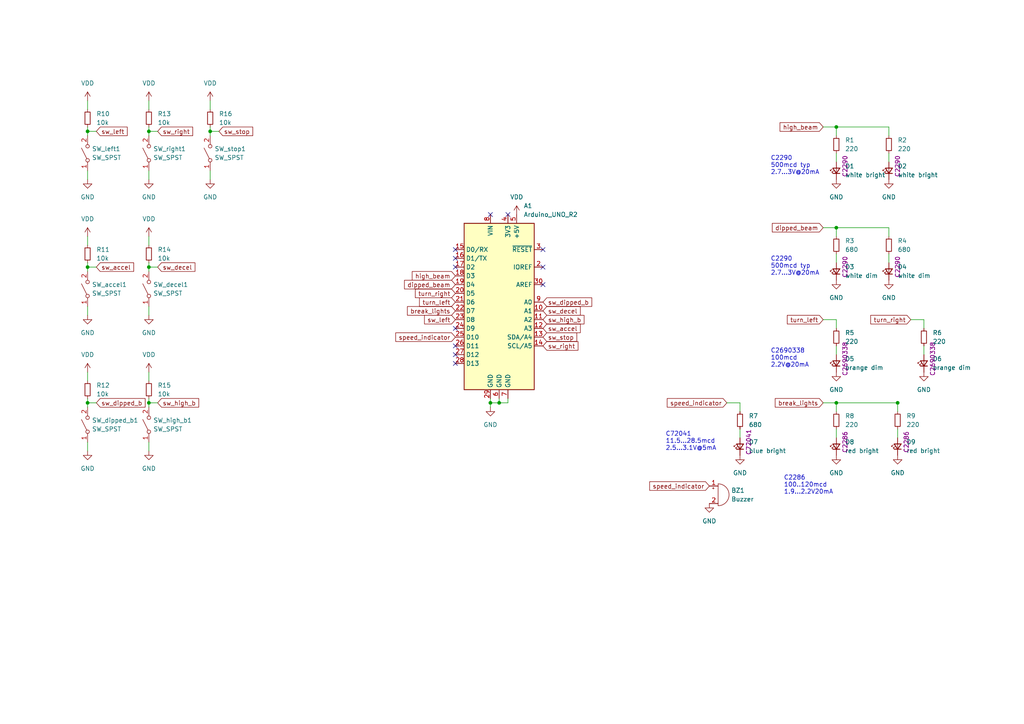
<source format=kicad_sch>
(kicad_sch (version 20211123) (generator eeschema)
  (paper "A4")
  (lib_symbols
    (symbol "Device:Buzzer" (pin_names (offset 0.0254) hide)
      (property "Reference" "BZ" (at 3.81 1.27 0))
      (property "Value" "Buzzer" (at 3.81 -1.27 0))
      (symbol "Buzzer_0_1"
        (arc (start 0 -3.175) (mid 3.175 0) (end 0 3.175))
        (polyline (pts (xy -1.651 1.905) (xy -1.143 1.905)))
        (polyline (pts (xy -1.397 2.159) (xy -1.397 1.651)))
        (polyline (pts (xy 0 3.175) (xy 0 -3.175)))
      )
      (symbol "Buzzer_1_1"
        (pin passive line (at -2.54 2.54 0) (length 2.54) (name "-") (number "1"))
        (pin passive line (at -2.54 -2.54 0) (length 2.54) (name "+") (number "2"))
      )
    )
    (symbol "Device:LED_Small" (pin_numbers hide) (pin_names (offset 0.254) hide)
      (property "Reference" "D" (at -1.27 3.175 0))
      (property "Value" "LED_Small" (at -4.445 -2.54 0))
      (symbol "LED_Small_0_1"
        (polyline (pts (xy -0.762 -1.016) (xy -0.762 1.016)) (stroke (width 0.254)))
        (polyline (pts (xy 1.016 0) (xy -0.762 0)))
        (polyline (pts (xy 0.762 -1.016) (xy -0.762 0) (xy 0.762 1.016) (xy 0.762 -1.016)) (stroke (width 0.254)))
        (polyline (pts (xy 0 0.762) (xy -0.508 1.27) (xy -0.254 1.27) (xy -0.508 1.27) (xy -0.508 1.016)))
        (polyline (pts (xy 0.508 1.27) (xy 0 1.778) (xy 0.254 1.778) (xy 0 1.778) (xy 0 1.524)))
      )
      (symbol "LED_Small_1_1"
        (pin passive line (at -2.54 0 0) (length 1.778) (name "K") (number "1"))
        (pin passive line (at 2.54 0 180) (length 1.778) (name "A") (number "2"))
      )
    )
    (symbol "Device:R_Small" (pin_numbers hide) (pin_names (offset 0.254) hide)
      (property "Reference" "R" (at 0.762 0.508 0))
      (property "Value" "R_Small" (at 0.762 -1.016 0))
      (symbol "R_Small_0_1"
        (rectangle (start -0.762 1.778) (end 0.762 -1.778) (stroke (width 0.2032)))
      )
      (symbol "R_Small_1_1"
        (pin passive line (at 0 2.54 270) (length 0.762) (name "~") (number "1"))
        (pin passive line (at 0 -2.54 90) (length 0.762) (name "~") (number "2"))
      )
    )
    (symbol "MCU_Module:Arduino_UNO_R2"
      (property "Reference" "A" (at -10.16 23.495 0))
      (property "Value" "Arduino_UNO_R2" (at 5.08 -26.67 0))
      (symbol "Arduino_UNO_R2_0_1"
        (rectangle (start -10.16 22.86) (end 10.16 -25.4) (stroke (width 0.254)) (fill (type background)))
      )
      (symbol "Arduino_UNO_R2_1_1"
        (pin no_connect line (at -10.16 -20.32 0) (length 2.54) hide (name "NC") (number "1"))
        (pin bidirectional line (at 12.7 -2.54 180) (length 2.54) (name "A1") (number "10"))
        (pin bidirectional line (at 12.7 -5.08 180) (length 2.54) (name "A2") (number "11"))
        (pin bidirectional line (at 12.7 -7.62 180) (length 2.54) (name "A3") (number "12"))
        (pin bidirectional line (at 12.7 -10.16 180) (length 2.54) (name "SDA/A4") (number "13"))
        (pin bidirectional line (at 12.7 -12.7 180) (length 2.54) (name "SCL/A5") (number "14"))
        (pin bidirectional line (at -12.7 15.24 0) (length 2.54) (name "D0/RX") (number "15"))
        (pin bidirectional line (at -12.7 12.7 0) (length 2.54) (name "D1/TX") (number "16"))
        (pin bidirectional line (at -12.7 10.16 0) (length 2.54) (name "D2") (number "17"))
        (pin bidirectional line (at -12.7 7.62 0) (length 2.54) (name "D3") (number "18"))
        (pin bidirectional line (at -12.7 5.08 0) (length 2.54) (name "D4") (number "19"))
        (pin output line (at 12.7 10.16 180) (length 2.54) (name "IOREF") (number "2"))
        (pin bidirectional line (at -12.7 2.54 0) (length 2.54) (name "D5") (number "20"))
        (pin bidirectional line (at -12.7 0 0) (length 2.54) (name "D6") (number "21"))
        (pin bidirectional line (at -12.7 -2.54 0) (length 2.54) (name "D7") (number "22"))
        (pin bidirectional line (at -12.7 -5.08 0) (length 2.54) (name "D8") (number "23"))
        (pin bidirectional line (at -12.7 -7.62 0) (length 2.54) (name "D9") (number "24"))
        (pin bidirectional line (at -12.7 -10.16 0) (length 2.54) (name "D10") (number "25"))
        (pin bidirectional line (at -12.7 -12.7 0) (length 2.54) (name "D11") (number "26"))
        (pin bidirectional line (at -12.7 -15.24 0) (length 2.54) (name "D12") (number "27"))
        (pin bidirectional line (at -12.7 -17.78 0) (length 2.54) (name "D13") (number "28"))
        (pin power_in line (at -2.54 -27.94 90) (length 2.54) (name "GND") (number "29"))
        (pin input line (at 12.7 15.24 180) (length 2.54) (name "~{RESET}") (number "3"))
        (pin input line (at 12.7 5.08 180) (length 2.54) (name "AREF") (number "30"))
        (pin power_out line (at 2.54 25.4 270) (length 2.54) (name "3V3") (number "4"))
        (pin power_out line (at 5.08 25.4 270) (length 2.54) (name "+5V") (number "5"))
        (pin power_in line (at 0 -27.94 90) (length 2.54) (name "GND") (number "6"))
        (pin power_in line (at 2.54 -27.94 90) (length 2.54) (name "GND") (number "7"))
        (pin power_in line (at -2.54 25.4 270) (length 2.54) (name "VIN") (number "8"))
        (pin bidirectional line (at 12.7 0 180) (length 2.54) (name "A0") (number "9"))
      )
    )
    (symbol "Switch:SW_SPST" (pin_names (offset 0) hide)
      (property "Reference" "SW" (at 0 3.175 0))
      (property "Value" "SW_SPST" (at 0 -2.54 0))
      (symbol "SW_SPST_0_0"
        (circle (center -2.032 0) (radius 0.508))
        (polyline (pts (xy -1.524 0.254) (xy 1.524 1.778)))
        (circle (center 2.032 0) (radius 0.508))
      )
      (symbol "SW_SPST_1_1"
        (pin passive line (at -5.08 0 0) (length 2.54) (name "A") (number "1"))
        (pin passive line (at 5.08 0 180) (length 2.54) (name "B") (number "2"))
      )
    )
    (symbol "power:GND" (power) (pin_names (offset 0))
      (property "Value" "GND" (at 0 -3.81 0))
      (symbol "GND_0_1"
        (polyline (pts (xy 0 0) (xy 0 -1.27) (xy 1.27 -1.27) (xy 0 -2.54) (xy -1.27 -1.27) (xy 0 -1.27)))
      )
      (symbol "GND_1_1"
        (pin power_in line (at 0 0 270) (length 0) hide (name "GND") (number "1"))
      )
    )
    (symbol "power:VDD" (power) (pin_names (offset 0))
      (property "Value" "VDD" (at 0 3.81 0))
      (symbol "VDD_0_1"
        (polyline (pts (xy -0.762 1.27) (xy 0 2.54)))
        (polyline (pts (xy 0 0) (xy 0 2.54)))
        (polyline (pts (xy 0 2.54) (xy 0.762 1.27)))
      )
      (symbol "VDD_1_1"
        (pin power_in line (at 0 0 90) (length 0) hide (name "VDD") (number "1"))
      )
    )
  )
  (junction (at 43.18 77.47))
  (junction (at 144.78 116.84))
  (junction (at 242.57 116.84))
  (junction (at 242.57 36.83))
  (junction (at 25.4 116.84))
  (junction (at 242.57 66.04))
  (junction (at 60.96 38.1))
  (junction (at 43.18 116.84))
  (junction (at 260.35 116.84))
  (junction (at 25.4 77.47))
  (junction (at 25.4 38.1))
  (junction (at 43.18 38.1))
  (junction (at 142.24 116.84))
  (no_connect (at 132.08 102.87))
  (no_connect (at 147.32 62.23))
  (no_connect (at 142.24 62.23))
  (no_connect (at 157.48 82.55))
  (no_connect (at 132.08 100.33))
  (no_connect (at 157.48 72.39))
  (no_connect (at 132.08 72.39))
  (no_connect (at 132.08 74.93))
  (no_connect (at 132.08 95.25))
  (no_connect (at 132.08 105.41))
  (no_connect (at 132.08 77.47))
  (no_connect (at 157.48 77.47))
  (wire (pts (xy 238.76 66.04) (xy 242.57 66.04)))
  (wire (pts (xy 257.81 66.04) (xy 257.81 68.58)))
  (wire (pts (xy 242.57 66.04) (xy 257.81 66.04)))
  (wire (pts (xy 264.16 92.71) (xy 267.97 92.71)))
  (wire (pts (xy 242.57 95.25) (xy 242.57 92.71)))
  (wire (pts (xy 147.32 115.57) (xy 147.32 116.84)))
  (wire (pts (xy 238.76 116.84) (xy 242.57 116.84)))
  (wire (pts (xy 142.24 115.57) (xy 142.24 116.84)))
  (wire (pts (xy 142.24 116.84) (xy 142.24 118.11)))
  (wire (pts (xy 43.18 128.27) (xy 43.18 130.81)))
  (wire (pts (xy 43.18 49.53) (xy 43.18 52.07)))
  (wire (pts (xy 242.57 68.58) (xy 242.57 66.04)))
  (wire (pts (xy 257.81 73.66) (xy 257.81 76.2)))
  (wire (pts (xy 210.82 116.84) (xy 214.63 116.84)))
  (wire (pts (xy 267.97 100.33) (xy 267.97 102.87)))
  (wire (pts (xy 238.76 92.71) (xy 242.57 92.71)))
  (wire (pts (xy 25.4 49.53) (xy 25.4 52.07)))
  (wire (pts (xy 242.57 39.37) (xy 242.57 36.83)))
  (wire (pts (xy 25.4 110.49) (xy 25.4 107.95)))
  (wire (pts (xy 25.4 115.57) (xy 25.4 116.84)))
  (wire (pts (xy 60.96 49.53) (xy 60.96 52.07)))
  (wire (pts (xy 25.4 71.12) (xy 25.4 68.58)))
  (wire (pts (xy 60.96 38.1) (xy 63.5 38.1)))
  (wire (pts (xy 25.4 88.9) (xy 25.4 91.44)))
  (wire (pts (xy 214.63 124.46) (xy 214.63 127)))
  (wire (pts (xy 242.57 44.45) (xy 242.57 46.99)))
  (wire (pts (xy 25.4 116.84) (xy 27.94 116.84)))
  (wire (pts (xy 144.78 116.84) (xy 142.24 116.84)))
  (wire (pts (xy 43.18 77.47) (xy 45.72 77.47)))
  (wire (pts (xy 43.18 38.1) (xy 45.72 38.1)))
  (wire (pts (xy 25.4 36.83) (xy 25.4 38.1)))
  (wire (pts (xy 238.76 36.83) (xy 242.57 36.83)))
  (wire (pts (xy 43.18 116.84) (xy 43.18 118.11)))
  (wire (pts (xy 257.81 44.45) (xy 257.81 46.99)))
  (wire (pts (xy 242.57 116.84) (xy 260.35 116.84)))
  (wire (pts (xy 43.18 110.49) (xy 43.18 107.95)))
  (wire (pts (xy 242.57 73.66) (xy 242.57 76.2)))
  (wire (pts (xy 144.78 115.57) (xy 144.78 116.84)))
  (wire (pts (xy 242.57 119.38) (xy 242.57 116.84)))
  (wire (pts (xy 43.18 71.12) (xy 43.18 68.58)))
  (wire (pts (xy 260.35 116.84) (xy 260.35 116.8228)))
  (wire (pts (xy 267.97 95.25) (xy 267.97 92.71)))
  (wire (pts (xy 242.57 100.33) (xy 242.57 102.87)))
  (wire (pts (xy 43.18 88.9) (xy 43.18 91.44)))
  (wire (pts (xy 25.4 116.84) (xy 25.4 118.11)))
  (wire (pts (xy 25.4 128.27) (xy 25.4 130.81)))
  (wire (pts (xy 43.18 31.75) (xy 43.18 29.21)))
  (wire (pts (xy 260.35 124.4428) (xy 260.35 126.9828)))
  (wire (pts (xy 242.57 36.83) (xy 257.81 36.83)))
  (wire (pts (xy 144.78 116.84) (xy 147.32 116.84)))
  (wire (pts (xy 260.35 119.3628) (xy 260.35 116.84)))
  (wire (pts (xy 60.96 38.1) (xy 60.96 39.37)))
  (wire (pts (xy 25.4 77.47) (xy 27.94 77.47)))
  (wire (pts (xy 242.57 124.46) (xy 242.57 127)))
  (wire (pts (xy 25.4 38.1) (xy 27.94 38.1)))
  (wire (pts (xy 25.4 76.2) (xy 25.4 77.47)))
  (wire (pts (xy 25.4 38.1) (xy 25.4 39.37)))
  (wire (pts (xy 25.4 77.47) (xy 25.4 78.74)))
  (wire (pts (xy 43.18 38.1) (xy 43.18 39.37)))
  (wire (pts (xy 25.4 31.75) (xy 25.4 29.21)))
  (wire (pts (xy 43.18 36.83) (xy 43.18 38.1)))
  (wire (pts (xy 43.18 115.57) (xy 43.18 116.84)))
  (wire (pts (xy 214.63 119.38) (xy 214.63 116.84)))
  (wire (pts (xy 257.81 36.83) (xy 257.81 39.37)))
  (wire (pts (xy 43.18 116.84) (xy 45.72 116.84)))
  (wire (pts (xy 60.96 36.83) (xy 60.96 38.1)))
  (wire (pts (xy 43.18 76.2) (xy 43.18 77.47)))
  (wire (pts (xy 43.18 77.47) (xy 43.18 78.74)))
  (wire (pts (xy 60.96 31.75) (xy 60.96 29.21)))
  (text "C2690338\n100mcd\n2.2V@20mA" (at 223.52 106.68 0) (effects (font (size 1.27 1.27)) (justify left bottom)))
  (text "C2286\n100..120mcd\n1.9...2.2V20mA\n" (at 227.33 143.51 0) (effects (font (size 1.27 1.27)) (justify left bottom)))
  (text "C2290\n500mcd typ\n2.7...3V@20mA" (at 223.52 50.8 0) (effects (font (size 1.27 1.27)) (justify left bottom)))
  (text "C72041\n11.5...28.5mcd\n2.5...3.1V@5mA" (at 193.04 130.81 0) (effects (font (size 1.27 1.27)) (justify left bottom)))
  (text "C2290\n500mcd typ\n2.7...3V@20mA" (at 223.52 80.01 0) (effects (font (size 1.27 1.27)) (justify left bottom)))
  (global_label "sw_accel" (shape input) (at 157.48 95.25 0) (property "Intersheet References" "${INTERSHEET_REFS}" (effects hide)))
  (global_label "speed_indicator" (shape input) (at 205.74 140.97 180) (property "Intersheet References" "${INTERSHEET_REFS}" (effects hide)))
  (global_label "sw_stop" (shape input) (at 157.48 97.79 0) (property "Intersheet References" "${INTERSHEET_REFS}" (effects hide)))
  (global_label "dipped_beam" (shape input) (at 238.76 66.04 180) (property "Intersheet References" "${INTERSHEET_REFS}" (effects hide)))
  (global_label "sw_dipped_b" (shape input) (at 157.48 87.63 0) (property "Intersheet References" "${INTERSHEET_REFS}" (effects hide)))
  (global_label "sw_stop" (shape input) (at 63.5 38.1 0) (property "Intersheet References" "${INTERSHEET_REFS}" (effects hide)))
  (global_label "turn_right" (shape input) (at 264.16 92.71 180) (property "Intersheet References" "${INTERSHEET_REFS}" (effects hide)))
  (global_label "dipped_beam" (shape input) (at 132.08 82.55 180) (property "Intersheet References" "${INTERSHEET_REFS}" (effects hide)))
  (global_label "sw_decel" (shape input) (at 45.72 77.47 0) (property "Intersheet References" "${INTERSHEET_REFS}" (effects hide)))
  (global_label "sw_right" (shape input) (at 157.48 100.33 0) (property "Intersheet References" "${INTERSHEET_REFS}" (effects hide)))
  (global_label "sw_accel" (shape input) (at 27.94 77.47 0) (property "Intersheet References" "${INTERSHEET_REFS}" (effects hide)))
  (global_label "sw_high_b" (shape input) (at 157.48 92.71 0) (property "Intersheet References" "${INTERSHEET_REFS}" (effects hide)))
  (global_label "turn_left" (shape input) (at 238.76 92.71 180) (property "Intersheet References" "${INTERSHEET_REFS}" (effects hide)))
  (global_label "high_beam" (shape input) (at 132.08 80.01 180) (property "Intersheet References" "${INTERSHEET_REFS}" (effects hide)))
  (global_label "sw_left" (shape input) (at 132.08 92.71 180) (property "Intersheet References" "${INTERSHEET_REFS}" (effects hide)))
  (global_label "sw_dipped_b" (shape input) (at 27.94 116.84 0) (property "Intersheet References" "${INTERSHEET_REFS}" (effects hide)))
  (global_label "high_beam" (shape input) (at 238.76 36.83 180) (property "Intersheet References" "${INTERSHEET_REFS}" (effects hide)))
  (global_label "turn_right" (shape input) (at 132.08 85.09 180) (property "Intersheet References" "${INTERSHEET_REFS}" (effects hide)))
  (global_label "turn_left" (shape input) (at 132.08 87.63 180) (property "Intersheet References" "${INTERSHEET_REFS}" (effects hide)))
  (global_label "sw_left" (shape input) (at 27.94 38.1 0) (property "Intersheet References" "${INTERSHEET_REFS}" (effects hide)))
  (global_label "speed_indicator" (shape input) (at 210.82 116.84 180) (property "Intersheet References" "${INTERSHEET_REFS}" (effects hide)))
  (global_label "speed_indicator" (shape input) (at 132.08 97.79 180) (property "Intersheet References" "${INTERSHEET_REFS}" (effects hide)))
  (global_label "sw_high_b" (shape input) (at 45.72 116.84 0) (property "Intersheet References" "${INTERSHEET_REFS}" (effects hide)))
  (global_label "sw_decel" (shape input) (at 157.48 90.17 0) (property "Intersheet References" "${INTERSHEET_REFS}" (effects hide)))
  (global_label "break_lights" (shape input) (at 132.08 90.17 180) (property "Intersheet References" "${INTERSHEET_REFS}" (effects hide)))
  (global_label "sw_right" (shape input) (at 45.72 38.1 0) (property "Intersheet References" "${INTERSHEET_REFS}" (effects hide)))
  (global_label "break_lights" (shape input) (at 238.76 116.84 180) (property "Intersheet References" "${INTERSHEET_REFS}" (effects hide)))
  (symbol (lib_id "Device:LED_Small") (at 242.57 78.74 90) (unit 1)
    (property "Reference" "D3" (at 245.11 77.4064 90) (effects (justify right)))
    (property "Value" "white dim" (at 245.11 79.9464 90) (effects (justify right)))
    (property "Footprint" "LED_SMD:LED_0603_1608Metric" (effects hide))
    (property "LCSC" "C2290" (at 245.11 77.4064 0))
  )
  (symbol (lib_id "power:VDD") (at 43.18 29.21 0) (unit 1)
    (property "Reference" "#PWR0113" (effects hide))
    (property "Value" "VDD" (at 43.18 24.13 0))
  )
  (symbol (lib_id "Device:R_Small") (at 43.18 34.29 0) (unit 1)
    (property "Reference" "R13" (at 45.72 33.0199 0) (effects (justify left)))
    (property "Value" "10k" (at 45.72 35.5599 0) (effects (justify left)))
    (property "Footprint" "Resistor_SMD:R_0402_1005Metric" (effects hide))
    (property "LCSC" "C25744" (effects hide))
  )
  (symbol (lib_id "power:VDD") (at 25.4 107.95 0) (unit 1)
    (property "Reference" "#PWR0108" (effects hide))
    (property "Value" "VDD" (at 25.4 102.87 0))
  )
  (symbol (lib_id "Switch:SW_SPST") (at 43.18 44.45 90) (unit 1)
    (property "Reference" "SW_right1" (at 44.45 43.1799 90) (effects (justify right)))
    (property "Value" "SW_SPST" (at 44.45 45.7199 90) (effects (justify right)))
    (property "Footprint" "Button_Switch_SMD:SW_SPST_SKQG_WithoutStem" (effects hide))
    (property "LCSC" "C318884" (effects hide))
  )
  (symbol (lib_id "power:GND") (at 60.96 52.07 0) (unit 1)
    (property "Reference" "#PWR0112" (effects hide))
    (property "Value" "GND" (at 60.96 57.15 0))
  )
  (symbol (lib_id "power:GND") (at 257.81 52.07 0) (unit 1)
    (property "Reference" "#PWR02" (effects hide))
    (property "Value" "GND" (at 257.81 57.15 0))
  )
  (symbol (lib_id "power:GND") (at 242.57 107.95 0) (unit 1)
    (property "Reference" "#PWR06" (effects hide))
    (property "Value" "GND" (at 242.57 113.03 0))
  )
  (symbol (lib_id "power:GND") (at 242.57 132.08 0) (unit 1)
    (property "Reference" "#PWR09" (effects hide))
    (property "Value" "GND" (at 242.57 137.16 0))
  )
  (symbol (lib_id "power:VDD") (at 43.18 107.95 0) (unit 1)
    (property "Reference" "#PWR0107" (effects hide))
    (property "Value" "VDD" (at 43.18 102.87 0))
  )
  (symbol (lib_id "power:GND") (at 214.63 132.08 0) (unit 1)
    (property "Reference" "#PWR08" (effects hide))
    (property "Value" "GND" (at 214.63 137.16 0))
  )
  (symbol (lib_id "Device:R_Small") (at 257.81 71.12 0) (unit 1)
    (property "Reference" "R4" (at 260.35 69.8499 0) (effects (justify left)))
    (property "Value" "680" (at 260.35 72.3899 0) (effects (justify left)))
    (property "Footprint" "Resistor_SMD:R_0402_1005Metric" (effects hide))
    (property "LCSC" "C25130" (effects hide))
  )
  (symbol (lib_id "power:VDD") (at 149.86 62.23 0) (unit 1)
    (property "Reference" "#PWR0101" (effects hide))
    (property "Value" "VDD" (at 149.86 57.15 0))
  )
  (symbol (lib_id "power:GND") (at 43.18 130.81 0) (unit 1)
    (property "Reference" "#PWR0104" (effects hide))
    (property "Value" "GND" (at 43.18 135.89 0))
  )
  (symbol (lib_id "Device:LED_Small") (at 260.35 129.5228 90) (unit 1)
    (property "Reference" "D9" (at 262.89 128.1892 90) (effects (justify right)))
    (property "Value" "red bright" (at 262.89 130.7292 90) (effects (justify right)))
    (property "Footprint" "LED_SMD:LED_0603_1608Metric" (effects hide))
    (property "LCSC" "C2286" (at 262.89 128.1892 0))
  )
  (symbol (lib_id "Switch:SW_SPST") (at 25.4 44.45 90) (unit 1)
    (property "Reference" "SW_left1" (at 26.67 43.1799 90) (effects (justify right)))
    (property "Value" "SW_SPST" (at 26.67 45.7199 90) (effects (justify right)))
    (property "Footprint" "Button_Switch_SMD:SW_SPST_SKQG_WithoutStem" (effects hide))
    (property "LCSC" "C318884" (effects hide))
  )
  (symbol (lib_id "Device:R_Small") (at 242.57 121.92 0) (unit 1)
    (property "Reference" "R8" (at 245.11 120.6499 0) (effects (justify left)))
    (property "Value" "220" (at 245.11 123.1899 0) (effects (justify left)))
    (property "Footprint" "Resistor_SMD:R_0402_1005Metric" (effects hide))
    (property "LCSC" "C25091" (effects hide))
  )
  (symbol (lib_id "Switch:SW_SPST") (at 43.18 123.19 90) (unit 1)
    (property "Reference" "SW_high_b1" (at 44.45 121.9199 90) (effects (justify right)))
    (property "Value" "SW_SPST" (at 44.45 124.4599 90) (effects (justify right)))
    (property "Footprint" "Button_Switch_SMD:SW_SPST_SKQG_WithoutStem" (effects hide))
    (property "LCSC" "C318884" (effects hide))
  )
  (symbol (lib_id "Device:LED_Small") (at 267.97 105.41 90) (unit 1)
    (property "Reference" "D6" (at 270.51 104.0764 90) (effects (justify right)))
    (property "Value" "orange dim" (at 270.51 106.6164 90) (effects (justify right)))
    (property "Footprint" "LED_SMD:LED_0603_1608Metric" (effects hide))
    (property "LCSC" "C2690338" (at 270.51 104.0764 0))
  )
  (symbol (lib_id "Device:R_Small") (at 242.57 71.12 0) (unit 1)
    (property "Reference" "R3" (at 245.11 69.8499 0) (effects (justify left)))
    (property "Value" "680" (at 245.11 72.3899 0) (effects (justify left)))
    (property "Footprint" "Resistor_SMD:R_0402_1005Metric" (effects hide))
    (property "LCSC" "C25130" (effects hide))
  )
  (symbol (lib_id "power:GND") (at 257.81 81.28 0) (unit 1)
    (property "Reference" "#PWR05" (effects hide))
    (property "Value" "GND" (at 257.81 86.36 0))
  )
  (symbol (lib_id "power:GND") (at 43.18 52.07 0) (unit 1)
    (property "Reference" "#PWR0109" (effects hide))
    (property "Value" "GND" (at 43.18 57.15 0))
  )
  (symbol (lib_id "power:GND") (at 267.97 107.95 0) (unit 1)
    (property "Reference" "#PWR07" (effects hide))
    (property "Value" "GND" (at 267.97 113.03 0))
  )
  (symbol (lib_id "Device:Buzzer") (at 208.28 143.51 0) (unit 1)
    (property "Reference" "BZ1" (at 212.09 142.2399 0) (effects (justify left)))
    (property "Value" "Buzzer" (at 212.09 144.7799 0) (effects (justify left)))
    (property "Footprint" "Buzzer_Beeper:Buzzer_15x7.5RM7.6" (effects hide))
  )
  (symbol (lib_id "Switch:SW_SPST") (at 60.96 44.45 90) (unit 1)
    (property "Reference" "SW_stop1" (at 62.23 43.1799 90) (effects (justify right)))
    (property "Value" "SW_SPST" (at 62.23 45.7199 90) (effects (justify right)))
    (property "Footprint" "Button_Switch_SMD:SW_SPST_SKQG_WithoutStem" (effects hide))
    (property "LCSC" "C318884" (effects hide))
  )
  (symbol (lib_id "Switch:SW_SPST") (at 43.18 83.82 90) (unit 1)
    (property "Reference" "SW_decel1" (at 44.45 82.5499 90) (effects (justify right)))
    (property "Value" "SW_SPST" (at 44.45 85.0899 90) (effects (justify right)))
    (property "Footprint" "Button_Switch_SMD:SW_SPST_SKQG_WithoutStem" (effects hide))
    (property "LCSC" "C318884" (effects hide))
  )
  (symbol (lib_id "Device:R_Small") (at 43.18 113.03 0) (unit 1)
    (property "Reference" "R15" (at 45.72 111.7599 0) (effects (justify left)))
    (property "Value" "10k" (at 45.72 114.2999 0) (effects (justify left)))
    (property "Footprint" "Resistor_SMD:R_0402_1005Metric" (effects hide))
    (property "LCSC" "C25744" (effects hide))
  )
  (symbol (lib_id "power:VDD") (at 60.96 29.21 0) (unit 1)
    (property "Reference" "#PWR0114" (effects hide))
    (property "Value" "VDD" (at 60.96 24.13 0))
  )
  (symbol (lib_id "Device:LED_Small") (at 242.57 105.41 90) (unit 1)
    (property "Reference" "D5" (at 245.11 104.0764 90) (effects (justify right)))
    (property "Value" "orange dim" (at 245.11 106.6164 90) (effects (justify right)))
    (property "Footprint" "LED_SMD:LED_0603_1608Metric" (effects hide))
    (property "LCSC" "C2690338" (at 245.11 104.0764 0))
  )
  (symbol (lib_id "power:GND") (at 25.4 91.44 0) (unit 1)
    (property "Reference" "#PWR0106" (effects hide))
    (property "Value" "GND" (at 25.4 96.52 0))
  )
  (symbol (lib_id "power:VDD") (at 25.4 29.21 0) (unit 1)
    (property "Reference" "#PWR0102" (effects hide))
    (property "Value" "VDD" (at 25.4 24.13 0))
  )
  (symbol (lib_id "Device:LED_Small") (at 214.63 129.54 90) (unit 1)
    (property "Reference" "D7" (at 217.17 128.2064 90) (effects (justify right)))
    (property "Value" "blue bright" (at 217.17 130.7464 90) (effects (justify right)))
    (property "Footprint" "LED_SMD:LED_0603_1608Metric" (effects hide))
    (property "LCSC" "C72041" (at 217.17 128.2064 0))
  )
  (symbol (lib_id "Device:R_Small") (at 267.97 97.79 0) (unit 1)
    (property "Reference" "R6" (at 270.51 96.5199 0) (effects (justify left)))
    (property "Value" "220" (at 270.51 99.0599 0) (effects (justify left)))
    (property "Footprint" "Resistor_SMD:R_0402_1005Metric" (effects hide))
    (property "LCSC" "C25091" (effects hide))
  )
  (symbol (lib_id "Device:LED_Small") (at 257.81 78.74 90) (unit 1)
    (property "Reference" "D4" (at 260.35 77.4064 90) (effects (justify right)))
    (property "Value" "white dim" (at 260.35 79.9464 90) (effects (justify right)))
    (property "Footprint" "LED_SMD:LED_0603_1608Metric" (effects hide))
    (property "LCSC" "C2290" (at 260.35 77.4064 0))
  )
  (symbol (lib_id "power:GND") (at 260.35 132.0628 0) (unit 1)
    (property "Reference" "#PWR010" (effects hide))
    (property "Value" "GND" (at 260.35 137.1428 0))
  )
  (symbol (lib_id "Device:R_Small") (at 60.96 34.29 0) (unit 1)
    (property "Reference" "R16" (at 63.5 33.0199 0) (effects (justify left)))
    (property "Value" "10k" (at 63.5 35.5599 0) (effects (justify left)))
    (property "Footprint" "Resistor_SMD:R_0402_1005Metric" (effects hide))
    (property "LCSC" "C25744" (effects hide))
  )
  (symbol (lib_id "Device:LED_Small") (at 242.57 49.53 90) (unit 1)
    (property "Reference" "D1" (at 245.11 48.1964 90) (effects (justify right)))
    (property "Value" "white bright" (at 245.11 50.7364 90) (effects (justify right)))
    (property "Footprint" "LED_SMD:LED_0603_1608Metric" (effects hide))
    (property "LCSC" "C2290" (at 245.11 48.1964 0))
  )
  (symbol (lib_id "Device:LED_Small") (at 257.81 49.53 90) (unit 1)
    (property "Reference" "D2" (at 260.35 48.1964 90) (effects (justify right)))
    (property "Value" "white bright" (at 260.35 50.7364 90) (effects (justify right)))
    (property "Footprint" "LED_SMD:LED_0603_1608Metric" (effects hide))
    (property "LCSC" "C2290" (at 260.35 48.1964 0))
  )
  (symbol (lib_id "Device:R_Small") (at 43.18 73.66 0) (unit 1)
    (property "Reference" "R14" (at 45.72 72.3899 0) (effects (justify left)))
    (property "Value" "10k" (at 45.72 74.9299 0) (effects (justify left)))
    (property "Footprint" "Resistor_SMD:R_0402_1005Metric" (effects hide))
    (property "LCSC" "C25744" (effects hide))
  )
  (symbol (lib_id "power:GND") (at 205.74 146.05 0) (unit 1)
    (property "Reference" "#PWR0115" (effects hide))
    (property "Value" "GND" (at 205.74 151.13 0))
  )
  (symbol (lib_id "Switch:SW_SPST") (at 25.4 123.19 90) (unit 1)
    (property "Reference" "SW_dipped_b1" (at 26.67 121.9199 90) (effects (justify right)))
    (property "Value" "SW_SPST" (at 26.67 124.4599 90) (effects (justify right)))
    (property "Footprint" "Button_Switch_SMD:SW_SPST_SKQG_WithoutStem" (effects hide))
    (property "LCSC" "C318884" (effects hide))
  )
  (symbol (lib_id "Device:R_Small") (at 257.81 41.91 0) (unit 1)
    (property "Reference" "R2" (at 260.35 40.6399 0) (effects (justify left)))
    (property "Value" "220" (at 260.35 43.1799 0) (effects (justify left)))
    (property "Footprint" "Resistor_SMD:R_0402_1005Metric" (effects hide))
    (property "LCSC" "C25091" (effects hide))
  )
  (symbol (lib_id "power:GND") (at 43.18 91.44 0) (unit 1)
    (property "Reference" "#PWR0105" (effects hide))
    (property "Value" "GND" (at 43.18 96.52 0))
  )
  (symbol (lib_id "Device:R_Small") (at 25.4 73.66 0) (unit 1)
    (property "Reference" "R11" (at 27.94 72.3899 0) (effects (justify left)))
    (property "Value" "10k" (at 27.94 74.9299 0) (effects (justify left)))
    (property "Footprint" "Resistor_SMD:R_0402_1005Metric" (effects hide))
    (property "LCSC" "C25744" (effects hide))
  )
  (symbol (lib_id "Device:R_Small") (at 25.4 113.03 0) (unit 1)
    (property "Reference" "R12" (at 27.94 111.7599 0) (effects (justify left)))
    (property "Value" "10k" (at 27.94 114.2999 0) (effects (justify left)))
    (property "Footprint" "Resistor_SMD:R_0402_1005Metric" (effects hide))
    (property "LCSC" "C25744" (effects hide))
  )
  (symbol (lib_id "power:GND") (at 242.57 81.28 0) (unit 1)
    (property "Reference" "#PWR04" (effects hide))
    (property "Value" "GND" (at 242.57 86.36 0))
  )
  (symbol (lib_id "power:GND") (at 142.24 118.11 0) (unit 1)
    (property "Reference" "#PWR03" (effects hide))
    (property "Value" "GND" (at 142.24 123.19 0))
  )
  (symbol (lib_id "power:VDD") (at 25.4 68.58 0) (unit 1)
    (property "Reference" "#PWR0111" (effects hide))
    (property "Value" "VDD" (at 25.4 63.5 0))
  )
  (symbol (lib_id "Device:R_Small") (at 25.4 34.29 0) (unit 1)
    (property "Reference" "R10" (at 27.94 33.0199 0) (effects (justify left)))
    (property "Value" "10k" (at 27.94 35.5599 0) (effects (justify left)))
    (property "Footprint" "Resistor_SMD:R_0402_1005Metric" (effects hide))
    (property "LCSC" "C25744" (effects hide))
  )
  (symbol (lib_id "Device:R_Small") (at 214.63 121.92 0) (unit 1)
    (property "Reference" "R7" (at 217.17 120.6499 0) (effects (justify left)))
    (property "Value" "680" (at 217.17 123.1899 0) (effects (justify left)))
    (property "Footprint" "Resistor_SMD:R_0402_1005Metric" (effects hide))
    (property "LCSC" "C25130" (effects hide))
  )
  (symbol (lib_id "power:VDD") (at 43.18 68.58 0) (unit 1)
    (property "Reference" "#PWR0110" (effects hide))
    (property "Value" "VDD" (at 43.18 63.5 0))
  )
  (symbol (lib_id "Device:R_Small") (at 260.35 121.9028 0) (unit 1)
    (property "Reference" "R9" (at 262.89 120.6327 0) (effects (justify left)))
    (property "Value" "220" (at 262.89 123.1727 0) (effects (justify left)))
    (property "Footprint" "Resistor_SMD:R_0402_1005Metric" (effects hide))
    (property "LCSC" "C25091" (effects hide))
  )
  (symbol (lib_id "Device:LED_Small") (at 242.57 129.54 90) (unit 1)
    (property "Reference" "D8" (at 245.11 128.2064 90) (effects (justify right)))
    (property "Value" "red bright" (at 245.11 130.7464 90) (effects (justify right)))
    (property "Footprint" "LED_SMD:LED_0603_1608Metric" (effects hide))
    (property "LCSC" "C2286" (at 245.11 128.2064 0))
  )
  (symbol (lib_id "power:GND") (at 25.4 130.81 0) (unit 1)
    (property "Reference" "#PWR0103" (effects hide))
    (property "Value" "GND" (at 25.4 135.89 0))
  )
  (symbol (lib_id "Switch:SW_SPST") (at 25.4 83.82 90) (unit 1)
    (property "Reference" "SW_accel1" (at 26.67 82.5499 90) (effects (justify right)))
    (property "Value" "SW_SPST" (at 26.67 85.0899 90) (effects (justify right)))
    (property "Footprint" "Button_Switch_SMD:SW_SPST_SKQG_WithoutStem" (effects hide))
    (property "LCSC" "C318884" (effects hide))
  )
  (symbol (lib_id "power:GND") (at 25.4 52.07 0) (unit 1)
    (property "Reference" "#PWR011" (effects hide))
    (property "Value" "GND" (at 25.4 57.15 0))
  )
  (symbol (lib_id "MCU_Module:Arduino_UNO_R2") (at 144.78 87.63 0) (unit 1) (in_bom no)
    (property "Reference" "A1" (at 151.8794 59.69 0) (effects (justify left)))
    (property "Value" "Arduino_UNO_R2" (at 151.8794 62.23 0) (effects (justify left)))
    (property "Footprint" "Module:Arduino_UNO_R2" (effects hide))
    (property "Datasheet" "https://www.arduino.cc/en/Main/arduinoBoardUno" (effects hide))
  )
  (symbol (lib_id "Device:R_Small") (at 242.57 41.91 0) (unit 1)
    (property "Reference" "R1" (at 245.11 40.6399 0) (effects (justify left)))
    (property "Value" "220" (at 245.11 43.1799 0) (effects (justify left)))
    (property "Footprint" "Resistor_SMD:R_0402_1005Metric" (effects hide))
    (property "LCSC" "C25091" (effects hide))
  )
  (symbol (lib_id "power:GND") (at 242.57 52.07 0) (unit 1)
    (property "Reference" "#PWR01" (effects hide))
    (property "Value" "GND" (at 242.57 57.15 0))
  )
  (symbol (lib_id "Device:R_Small") (at 242.57 97.79 0) (unit 1)
    (property "Reference" "R5" (at 245.11 96.5199 0) (effects (justify left)))
    (property "Value" "220" (at 245.11 99.0599 0) (effects (justify left)))
    (property "Footprint" "Resistor_SMD:R_0402_1005Metric" (effects hide))
    (property "LCSC" "C25091" (effects hide))
  )
)
</source>
